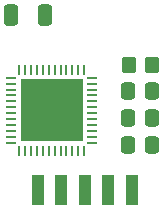
<source format=gts>
G04 #@! TF.GenerationSoftware,KiCad,Pcbnew,8.0.1-8.0.1-1~ubuntu22.04.1*
G04 #@! TF.CreationDate,2024-05-09T18:35:14+02:00*
G04 #@! TF.ProjectId,FCK_SM-028_V1.3,46434b5f-534d-42d3-9032-385f56312e33,rev?*
G04 #@! TF.SameCoordinates,Original*
G04 #@! TF.FileFunction,Soldermask,Top*
G04 #@! TF.FilePolarity,Negative*
%FSLAX46Y46*%
G04 Gerber Fmt 4.6, Leading zero omitted, Abs format (unit mm)*
G04 Created by KiCad (PCBNEW 8.0.1-8.0.1-1~ubuntu22.04.1) date 2024-05-09 18:35:14*
%MOMM*%
%LPD*%
G01*
G04 APERTURE LIST*
G04 Aperture macros list*
%AMRoundRect*
0 Rectangle with rounded corners*
0 $1 Rounding radius*
0 $2 $3 $4 $5 $6 $7 $8 $9 X,Y pos of 4 corners*
0 Add a 4 corners polygon primitive as box body*
4,1,4,$2,$3,$4,$5,$6,$7,$8,$9,$2,$3,0*
0 Add four circle primitives for the rounded corners*
1,1,$1+$1,$2,$3*
1,1,$1+$1,$4,$5*
1,1,$1+$1,$6,$7*
1,1,$1+$1,$8,$9*
0 Add four rect primitives between the rounded corners*
20,1,$1+$1,$2,$3,$4,$5,0*
20,1,$1+$1,$4,$5,$6,$7,0*
20,1,$1+$1,$6,$7,$8,$9,0*
20,1,$1+$1,$8,$9,$2,$3,0*%
G04 Aperture macros list end*
%ADD10RoundRect,0.250000X-0.337500X-0.475000X0.337500X-0.475000X0.337500X0.475000X-0.337500X0.475000X0*%
%ADD11RoundRect,0.062500X-0.337500X-0.062500X0.337500X-0.062500X0.337500X0.062500X-0.337500X0.062500X0*%
%ADD12RoundRect,0.062500X-0.062500X-0.337500X0.062500X-0.337500X0.062500X0.337500X-0.062500X0.337500X0*%
%ADD13R,5.300000X5.300000*%
%ADD14R,1.000000X2.500000*%
%ADD15RoundRect,0.250000X-0.350000X-0.450000X0.350000X-0.450000X0.350000X0.450000X-0.350000X0.450000X0*%
%ADD16RoundRect,0.250000X0.350000X0.650000X-0.350000X0.650000X-0.350000X-0.650000X0.350000X-0.650000X0*%
%ADD17RoundRect,0.250000X0.337500X0.475000X-0.337500X0.475000X-0.337500X-0.475000X0.337500X-0.475000X0*%
G04 APERTURE END LIST*
D10*
X141052500Y-91650000D03*
X143127500Y-91650000D03*
X141052500Y-96240000D03*
X143127500Y-96240000D03*
D11*
X131150000Y-90530000D03*
X131150000Y-91030000D03*
X131150000Y-91530000D03*
X131150000Y-92030000D03*
X131150000Y-92530000D03*
X131150000Y-93030000D03*
X131150000Y-93530000D03*
X131150000Y-94030000D03*
X131150000Y-94530000D03*
X131150000Y-95030000D03*
X131150000Y-95530000D03*
X131150000Y-96030000D03*
D12*
X131850000Y-96730000D03*
X132350000Y-96730000D03*
X132850000Y-96730000D03*
X133350000Y-96730000D03*
X133850000Y-96730000D03*
X134350000Y-96730000D03*
X134850000Y-96730000D03*
X135350000Y-96730000D03*
X135850000Y-96730000D03*
X136350000Y-96730000D03*
X136850000Y-96730000D03*
X137350000Y-96730000D03*
D11*
X138050000Y-96030000D03*
X138050000Y-95530000D03*
X138050000Y-95030000D03*
X138050000Y-94530000D03*
X138050000Y-94030000D03*
X138050000Y-93530000D03*
X138050000Y-93030000D03*
X138050000Y-92530000D03*
X138050000Y-92030000D03*
X138050000Y-91530000D03*
X138050000Y-91030000D03*
X138050000Y-90530000D03*
D12*
X137350000Y-89830000D03*
X136850000Y-89830000D03*
X136350000Y-89830000D03*
X135850000Y-89830000D03*
X135350000Y-89830000D03*
X134850000Y-89830000D03*
X134350000Y-89830000D03*
X133850000Y-89830000D03*
X133350000Y-89830000D03*
X132850000Y-89830000D03*
X132350000Y-89830000D03*
X131850000Y-89830000D03*
D13*
X134600000Y-93280000D03*
D14*
X137400000Y-100050000D03*
X141400000Y-100050000D03*
X133400000Y-100050000D03*
X139400000Y-100050000D03*
D15*
X141120000Y-89410000D03*
X143120000Y-89410000D03*
D16*
X134050000Y-85250000D03*
X131150000Y-85250000D03*
D14*
X135400000Y-100050000D03*
D17*
X143127500Y-93940000D03*
X141052500Y-93940000D03*
M02*

</source>
